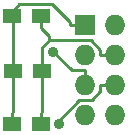
<source format=gbl>
G04 #@! TF.FileFunction,Copper,L2,Bot,Signal*
%FSLAX46Y46*%
G04 Gerber Fmt 4.6, Leading zero omitted, Abs format (unit mm)*
G04 Created by KiCad (PCBNEW 4.0.2-stable) date Dimanche 03 juillet 2016 23:01:33*
%MOMM*%
G01*
G04 APERTURE LIST*
%ADD10C,0.100000*%
%ADD11R,1.727200X1.727200*%
%ADD12O,1.727200X1.727200*%
%ADD13R,1.500000X1.250000*%
%ADD14C,0.889000*%
%ADD15C,0.254000*%
G04 APERTURE END LIST*
D10*
D11*
X61400000Y-36350000D03*
D12*
X63940000Y-36350000D03*
X61400000Y-38890000D03*
X63940000Y-38890000D03*
X61400000Y-41430000D03*
X63940000Y-41430000D03*
X61400000Y-43970000D03*
X63940000Y-43970000D03*
D13*
X55200000Y-44750000D03*
X57700000Y-44750000D03*
X55250000Y-40200000D03*
X57750000Y-40200000D03*
X55200000Y-35600000D03*
X57700000Y-35600000D03*
D14*
X58669000Y-38579000D03*
X59161200Y-44715800D03*
D15*
X55200000Y-35600000D02*
X55200000Y-35096800D01*
X55250000Y-43693700D02*
X55250000Y-40200000D01*
X55200000Y-43743700D02*
X55250000Y-43693700D01*
X55200000Y-44750000D02*
X55200000Y-43743700D01*
X55803200Y-34593600D02*
X55250000Y-35146800D01*
X58632100Y-34593600D02*
X55803200Y-34593600D01*
X60155100Y-36116600D02*
X58632100Y-34593600D01*
X60155100Y-36350000D02*
X60155100Y-36116600D01*
X55200000Y-35096800D02*
X55250000Y-35146800D01*
X55250000Y-35146800D02*
X55250000Y-40200000D01*
X61400000Y-36350000D02*
X60155100Y-36350000D01*
X57700000Y-44750000D02*
X57700000Y-43743700D01*
X63940000Y-38890000D02*
X62695100Y-38890000D01*
X57700000Y-35600000D02*
X57700000Y-36606300D01*
X57750000Y-43693700D02*
X57750000Y-40200000D01*
X57700000Y-43743700D02*
X57750000Y-43693700D01*
X58366900Y-37273200D02*
X57700000Y-36606300D01*
X58366900Y-37645100D02*
X58366900Y-37273200D01*
X57750000Y-38262000D02*
X58366900Y-37645100D01*
X57750000Y-40200000D02*
X57750000Y-38262000D01*
X62695100Y-38423100D02*
X62695100Y-38890000D01*
X61917100Y-37645100D02*
X62695100Y-38423100D01*
X58366900Y-37645100D02*
X61917100Y-37645100D01*
X60275100Y-40185100D02*
X61400000Y-40185100D01*
X58669000Y-38579000D02*
X60275100Y-40185100D01*
X61400000Y-41430000D02*
X61400000Y-40185100D01*
X63940000Y-41430000D02*
X62695100Y-41430000D01*
X59161300Y-44715800D02*
X59161200Y-44715800D01*
X59161300Y-44447100D02*
X59161300Y-44715800D01*
X60908400Y-42700000D02*
X59161300Y-44447100D01*
X61940900Y-42700000D02*
X60908400Y-42700000D01*
X62695100Y-41945800D02*
X61940900Y-42700000D01*
X62695100Y-41430000D02*
X62695100Y-41945800D01*
M02*

</source>
